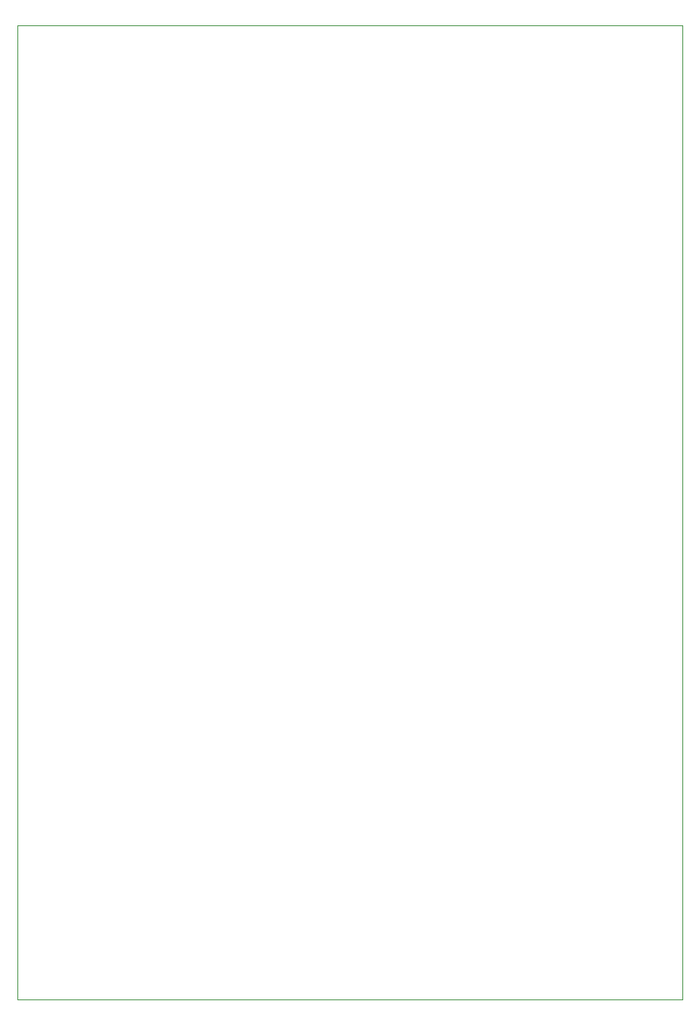
<source format=gm1>
G04 #@! TF.GenerationSoftware,KiCad,Pcbnew,7.0.5-7.0.5~ubuntu22.04.1*
G04 #@! TF.CreationDate,2023-06-28T11:52:20+02:00*
G04 #@! TF.ProjectId,AS3397_proto_SMS,41533333-3937-45f7-9072-6f746f5f534d,rev?*
G04 #@! TF.SameCoordinates,Original*
G04 #@! TF.FileFunction,Profile,NP*
%FSLAX46Y46*%
G04 Gerber Fmt 4.6, Leading zero omitted, Abs format (unit mm)*
G04 Created by KiCad (PCBNEW 7.0.5-7.0.5~ubuntu22.04.1) date 2023-06-28 11:52:20*
%MOMM*%
%LPD*%
G01*
G04 APERTURE LIST*
G04 #@! TA.AperFunction,Profile*
%ADD10C,0.100000*%
G04 #@! TD*
G04 APERTURE END LIST*
D10*
X78740000Y-43180000D02*
X149860000Y-43180000D01*
X149860000Y-43180000D02*
X149860000Y-147320000D01*
X149860000Y-147320000D02*
X78740000Y-147320000D01*
X78740000Y-147320000D02*
X78740000Y-43180000D01*
M02*

</source>
